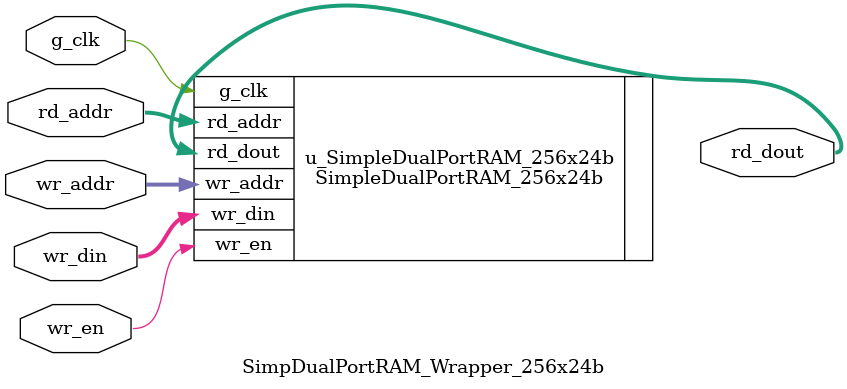
<source format=v>



`timescale 1 ns / 1 ns

module SimpDualPortRAM_Wrapper_256x24b
          (
           g_clk,
           wr_din,
           wr_addr,
           wr_en,
           rd_addr,
           rd_dout
          );


  input   g_clk;
  input   signed [23:0] wr_din;  // sfix24
  input   [7:0] wr_addr;  // uint8
  input   wr_en;  // ufix1
  input   [7:0] rd_addr;  // uint8
  output  signed [23:0] rd_dout;  // sfix24




  SimpleDualPortRAM_256x24b   u_SimpleDualPortRAM_256x24b   (.g_clk(g_clk),
                                                             .wr_din(wr_din),  // sfix24
                                                             .wr_addr(wr_addr),  // uint8
                                                             .wr_en(wr_en),  // ufix1
                                                             .rd_addr(rd_addr),  // uint8
                                                             .rd_dout(rd_dout)  // sfix24
                                                             );

endmodule  // SimpDualPortRAM_Wrapper_256x24b


</source>
